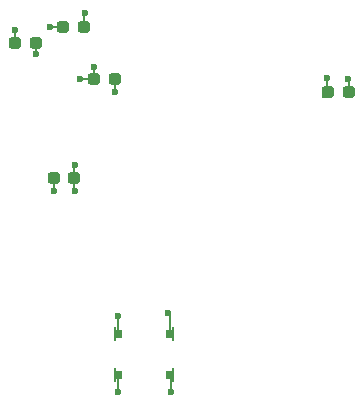
<source format=gbr>
%TF.GenerationSoftware,KiCad,Pcbnew,9.0.2*%
%TF.CreationDate,2025-08-08T14:56:36-04:00*%
%TF.ProjectId,Massachusetts,4d617373-6163-4687-9573-657474732e6b,0*%
%TF.SameCoordinates,Original*%
%TF.FileFunction,Copper,L1,Top*%
%TF.FilePolarity,Positive*%
%FSLAX46Y46*%
G04 Gerber Fmt 4.6, Leading zero omitted, Abs format (unit mm)*
G04 Created by KiCad (PCBNEW 9.0.2) date 2025-08-08 14:56:36*
%MOMM*%
%LPD*%
G01*
G04 APERTURE LIST*
G04 Aperture macros list*
%AMRoundRect*
0 Rectangle with rounded corners*
0 $1 Rounding radius*
0 $2 $3 $4 $5 $6 $7 $8 $9 X,Y pos of 4 corners*
0 Add a 4 corners polygon primitive as box body*
4,1,4,$2,$3,$4,$5,$6,$7,$8,$9,$2,$3,0*
0 Add four circle primitives for the rounded corners*
1,1,$1+$1,$2,$3*
1,1,$1+$1,$4,$5*
1,1,$1+$1,$6,$7*
1,1,$1+$1,$8,$9*
0 Add four rect primitives between the rounded corners*
20,1,$1+$1,$2,$3,$4,$5,0*
20,1,$1+$1,$4,$5,$6,$7,0*
20,1,$1+$1,$6,$7,$8,$9,0*
20,1,$1+$1,$8,$9,$2,$3,0*%
%AMFreePoly0*
4,1,21,0.348536,0.553536,0.350000,0.550000,0.350000,-0.550000,0.348536,-0.553536,0.345000,-0.555000,0.145000,-0.555000,0.141464,-0.553536,0.140000,-0.550000,0.140000,-0.355000,-0.355000,-0.355000,-0.358536,-0.353536,-0.360000,-0.350000,-0.360000,0.350000,-0.358536,0.353536,-0.355000,0.355000,0.140000,0.355000,0.140000,0.550000,0.141464,0.553536,0.145000,0.555000,0.345000,0.555000,
0.348536,0.553536,0.348536,0.553536,$1*%
%AMFreePoly1*
4,1,21,-0.141464,0.553536,-0.140000,0.550000,-0.140000,0.355000,0.355000,0.355000,0.358536,0.353536,0.360000,0.350000,0.360000,-0.350000,0.358536,-0.353536,0.355000,-0.355000,-0.140000,-0.355000,-0.140000,-0.550000,-0.141464,-0.553536,-0.145000,-0.555000,-0.345000,-0.555000,-0.348536,-0.553536,-0.350000,-0.550000,-0.350000,0.550000,-0.348536,0.553536,-0.345000,0.555000,-0.145000,0.555000,
-0.141464,0.553536,-0.141464,0.553536,$1*%
G04 Aperture macros list end*
%TA.AperFunction,SMDPad,CuDef*%
%ADD10FreePoly0,180.000000*%
%TD*%
%TA.AperFunction,SMDPad,CuDef*%
%ADD11FreePoly1,180.000000*%
%TD*%
%TA.AperFunction,SMDPad,CuDef*%
%ADD12RoundRect,0.237500X-0.287500X-0.237500X0.287500X-0.237500X0.287500X0.237500X-0.287500X0.237500X0*%
%TD*%
%TA.AperFunction,SMDPad,CuDef*%
%ADD13RoundRect,0.237500X0.287500X0.237500X-0.287500X0.237500X-0.287500X-0.237500X0.287500X-0.237500X0*%
%TD*%
%TA.AperFunction,ViaPad*%
%ADD14C,0.600000*%
%TD*%
%TA.AperFunction,Conductor*%
%ADD15C,0.200000*%
%TD*%
G04 APERTURE END LIST*
D10*
%TO.P,S1,2*%
%TO.N,GND*%
X140200000Y-132300000D03*
D11*
%TO.P,S1,1*%
X144660000Y-132300000D03*
%TO.P,S1,3*%
%TO.N,Net-(D1-K)*%
X144660000Y-128800000D03*
D10*
%TO.P,S1,4*%
X140200000Y-128800000D03*
%TD*%
D12*
%TO.P,D4,1,K*%
%TO.N,Net-(D1-K)*%
X158000000Y-108300000D03*
%TO.P,D4,2,A*%
%TO.N,Net-(D4-A)*%
X159750000Y-108300000D03*
%TD*%
%TO.P,D1,1,K*%
%TO.N,Net-(D1-K)*%
X131501126Y-104200000D03*
%TO.P,D1,2,A*%
%TO.N,Net-(D1-A)*%
X133251126Y-104200000D03*
%TD*%
D13*
%TO.P,D5,1,K*%
%TO.N,Net-(D1-K)*%
X136550000Y-115600000D03*
%TO.P,D5,2,A*%
%TO.N,Net-(D5-A)*%
X134800000Y-115600000D03*
%TD*%
D12*
%TO.P,D2,1,K*%
%TO.N,Net-(D1-K)*%
X135600000Y-102800000D03*
%TO.P,D2,2,A*%
%TO.N,Net-(D2-A)*%
X137350000Y-102800000D03*
%TD*%
%TO.P,D3,1,K*%
%TO.N,Net-(D1-K)*%
X138200000Y-107200000D03*
%TO.P,D3,2,A*%
%TO.N,Net-(D3-A)*%
X139950000Y-107200000D03*
%TD*%
D14*
%TO.N,Net-(D1-A)*%
X133274828Y-105125172D03*
%TO.N,Net-(D1-K)*%
X144500000Y-127000000D03*
X134500000Y-102800000D03*
X138200000Y-106200000D03*
X136600000Y-114500000D03*
X157900000Y-107100000D03*
X136600000Y-116700000D03*
X131500000Y-103100000D03*
X140200000Y-127300000D03*
X137000000Y-107200000D03*
%TO.N,Net-(D2-A)*%
X137400000Y-101600000D03*
%TO.N,Net-(D3-A)*%
X140000000Y-108300000D03*
%TO.N,Net-(D4-A)*%
X159700000Y-107200000D03*
%TO.N,Net-(D5-A)*%
X134800000Y-116700000D03*
%TO.N,GND*%
X140200000Y-133700000D03*
X144700000Y-133700000D03*
%TD*%
D15*
%TO.N,GND*%
X144700000Y-133700000D02*
X144700000Y-132340000D01*
X144700000Y-132340000D02*
X144660000Y-132300000D01*
X140200000Y-133700000D02*
X140200000Y-132300000D01*
%TO.N,Net-(D1-K)*%
X140200000Y-127300000D02*
X140200000Y-128800000D01*
X144660000Y-127160000D02*
X144660000Y-128800000D01*
X144500000Y-127000000D02*
X144660000Y-127160000D01*
%TO.N,Net-(D1-A)*%
X133251126Y-105101470D02*
X133274828Y-105125172D01*
X133251126Y-104200000D02*
X133251126Y-105101470D01*
%TO.N,Net-(D1-K)*%
X136550000Y-115600000D02*
X136550000Y-114550000D01*
X138200000Y-107200000D02*
X138200000Y-107300000D01*
X131501126Y-104200000D02*
X131501126Y-104101126D01*
X131501126Y-104200000D02*
X131501126Y-103101126D01*
X157900000Y-107100000D02*
X157900000Y-108200000D01*
X136550000Y-114550000D02*
X136600000Y-114500000D01*
X138200000Y-107200000D02*
X137000000Y-107200000D01*
X136550000Y-115600000D02*
X136550000Y-116650000D01*
X157599000Y-108701000D02*
X158000000Y-108300000D01*
X135600000Y-102800000D02*
X134500000Y-102800000D01*
X131501126Y-103101126D02*
X131500000Y-103100000D01*
X138200000Y-107200000D02*
X138200000Y-106200000D01*
X157900000Y-108200000D02*
X158000000Y-108300000D01*
X136550000Y-116650000D02*
X136600000Y-116700000D01*
%TO.N,Net-(D2-A)*%
X137350000Y-102800000D02*
X137350000Y-101650000D01*
X137350000Y-101650000D02*
X137400000Y-101600000D01*
%TO.N,Net-(D3-A)*%
X140000000Y-108300000D02*
X140000000Y-108100000D01*
X139950000Y-108050000D02*
X139950000Y-107200000D01*
X140000000Y-108100000D02*
X139950000Y-108050000D01*
%TO.N,Net-(D4-A)*%
X159750000Y-107250000D02*
X159700000Y-107200000D01*
X159750000Y-108300000D02*
X159750000Y-107250000D01*
%TO.N,Net-(D5-A)*%
X134800000Y-115500000D02*
X134900000Y-115400000D01*
X134800000Y-115600000D02*
X134800000Y-115500000D01*
X134800000Y-115600000D02*
X134800000Y-116700000D01*
%TD*%
M02*

</source>
